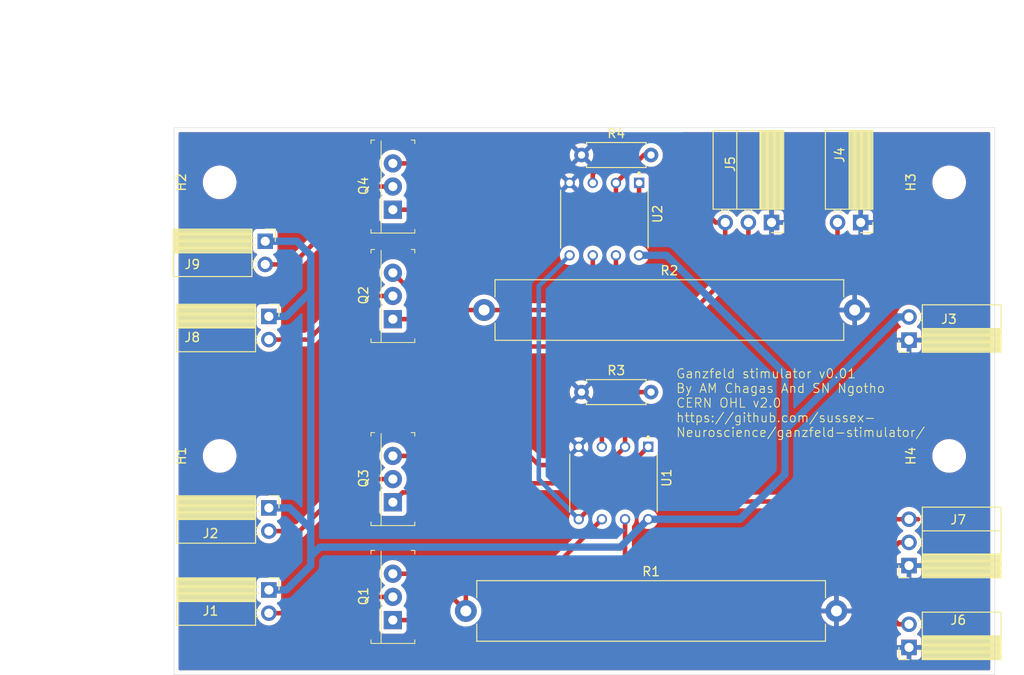
<source format=kicad_pcb>
(kicad_pcb (version 20240108) (generator "pcbnew") (generator_version "8.0")
  (layers (0 "F.Cu" signal) (31 "B.Cu" signal) (34 "B.Paste" user) (35 "F.Paste" user) (36 "B.SilkS" user "B.Silkscreen") (37 "F.SilkS" user "F.Silkscreen") (38 "B.Mask" user) (39 "F.Mask" user) (44 "Edge.Cuts" user))
  (net 0 "")
  (net 1 "D1")
  (net 2 "+12V")
  (net 3 "D4")
  (net 4 "D3")
  (net 5 "GND")
  (net 6 "GRS")
  (net 7 "GRO")
  (net 8 "UVS")
  (net 9 "UVO")
  (net 10 "D2")
  (net 11 "S1")
  (net 12 "G1")
  (net 13 "S2")
  (net 14 "G2")
  (net 15 "S3")
  (net 16 "G3")
  (net 17 "S4")
  (net 18 "G4")
  (footprint "digikey-footprints:TO-220-3" (layer "F.Cu") (at 119 71 90)
    (property "Reference" "Q4" (at 2.62 -3.22 90) (layer "F.SilkS"))
    (property "Value" "IRFZ44NPBF")
    (pad "1" thru_hole rect (at 0 0 90) (size 2 2) (drill 1) (layers "*.Cu" "*.Mask") (net 18 "G4"))
    (pad "2" thru_hole circle (at 2.54 0 90) (size 2 2) (drill 1) (layers "*.Cu" "*.Mask") (net 3 "D4"))
    (pad "3" thru_hole circle (at 5.08 0 90) (size 2 2) (drill 1) (layers "*.Cu" "*.Mask") (net 17 "S4"))
  )
  (footprint "Connector_PinSocket_2.54mm:PinSocket_1x02_P2.54mm_Horizontal" (layer "F.Cu") (at 105 74.46)
    (property "Reference" "J9" (at -8 2.54 0) (layer "F.SilkS"))
    (property "Value" "Conn_01x02")
    (pad "1" thru_hole rect (at 0 0) (size 1.7 1.7) (drill 1) (layers "*.Cu" "*.Mask") (net 2 "+12V"))
    (pad "2" thru_hole oval (at 0 2.54) (size 1.7 1.7) (drill 1) (layers "*.Cu" "*.Mask") (net 3 "D4"))
  )
  (footprint "Connector_PinSocket_2.54mm:PinSocket_1x02_P2.54mm_Horizontal" (layer "F.Cu") (at 175.6 119 180)
    (property "Reference" "J6" (at -5.4 3 0) (layer "F.SilkS"))
    (property "Value" "Conn_01x02_Shielded")
    (pad "1" thru_hole rect (at 0 0 180) (size 1.7 1.7) (drill 1) (layers "*.Cu" "*.Mask") (net 5 "GND"))
    (pad "2" thru_hole oval (at 0 2.54 180) (size 1.7 1.7) (drill 1) (layers "*.Cu" "*.Mask") (net 8 "UVS"))
  )
  (footprint "Connector_PinSocket_2.54mm:PinSocket_1x02_P2.54mm_Horizontal" (layer "F.Cu") (at 105.4 82.7)
    (property "Reference" "J8" (at -8.4 2.3 0) (layer "F.SilkS"))
    (property "Value" "Conn_01x02_Shielded")
    (pad "1" thru_hole rect (at 0 0) (size 1.7 1.7) (drill 1) (layers "*.Cu" "*.Mask") (net 2 "+12V"))
    (pad "2" thru_hole oval (at 0 2.54) (size 1.7 1.7) (drill 1) (layers "*.Cu" "*.Mask") (net 10 "D2"))
  )
  (footprint "Connector_PinSocket_2.54mm:PinSocket_1x02_P2.54mm_Horizontal" (layer "F.Cu") (at 170.3 72.4 -90)
    (property "Reference" "J4" (at -7.4 2.3 90) (layer "F.SilkS"))
    (property "Value" "Conn_01x02_Shielded")
    (pad "1" thru_hole rect (at 0 0 270) (size 1.7 1.7) (drill 1) (layers "*.Cu" "*.Mask") (net 5 "GND"))
    (pad "2" thru_hole oval (at 0 2.54 270) (size 1.7 1.7) (drill 1) (layers "*.Cu" "*.Mask") (net 6 "GRS"))
  )
  (footprint "Resistor_THT:R_Axial_DIN0207_L6.3mm_D2.5mm_P7.62mm_Horizontal" (layer "F.Cu") (at 139.685 91)
    (property "Reference" "R3" (at 3.81 -2.37 0) (layer "F.SilkS"))
    (property "Value" "R")
    (pad "1" thru_hole circle (at 0 0) (size 1.6 1.6) (drill 0.8) (layers "*.Cu" "*.Mask") (net 5 "GND"))
    (pad "2" thru_hole oval (at 7.62 0) (size 1.6 1.6) (drill 0.8) (layers "*.Cu" "*.Mask") (net 15 "S3"))
  )
  (footprint "Connector_PinSocket_2.54mm:PinSocket_1x02_P2.54mm_Horizontal" (layer "F.Cu") (at 105.4 112.7)
    (property "Reference" "J1" (at -6.4 2.3 0) (layer "F.SilkS"))
    (property "Value" "Conn_01x02_Shielded")
    (pad "1" thru_hole rect (at 0 0) (size 1.7 1.7) (drill 1) (layers "*.Cu" "*.Mask") (net 2 "+12V"))
    (pad "2" thru_hole oval (at 0 2.54) (size 1.7 1.7) (drill 1) (layers "*.Cu" "*.Mask") (net 1 "D1"))
  )
  (footprint "Symbol:LM358N_NOP" (layer "F.Cu") (at 142.19 72.03 -90)
    (property "Reference" "U2" (at -0.565 -5.835 90) (layer "F.SilkS"))
    (property "Value" "LM358N_NOPB")
    (pad "1" thru_hole rect (at -3.97 -3.81 270) (size 1.13 1.13) (drill 0.74) (layers "*.Cu" "*.Mask") (net 18 "G4"))
    (pad "2" thru_hole circle (at -3.97 -1.27 270) (size 1.13 1.13) (drill 0.74) (layers "*.Cu" "*.Mask") (net 17 "S4"))
    (pad "3" thru_hole circle (at -3.97 1.27 270) (size 1.13 1.13) (drill 0.74) (layers "*.Cu" "*.Mask") (net 7 "GRO"))
    (pad "4" thru_hole circle (at -3.97 3.81 270) (size 1.13 1.13) (drill 0.74) (layers "*.Cu" "*.Mask") (net 5 "GND"))
    (pad "5" thru_hole circle (at 3.97 3.81 270) (size 1.13 1.13) (drill 0.74) (layers "*.Cu" "*.Mask") (net 9 "UVO"))
    (pad "6" thru_hole circle (at 3.97 1.27 270) (size 1.13 1.13) (drill 0.74) (layers "*.Cu" "*.Mask") (net 13 "S2"))
    (pad "7" thru_hole circle (at 3.97 -1.27 270) (size 1.13 1.13) (drill 0.74) (layers "*.Cu" "*.Mask") (net 14 "G2"))
    (pad "8" thru_hole circle (at 3.97 -3.81 270) (size 1.13 1.13) (drill 0.74) (layers "*.Cu" "*.Mask") (net 2 "+12V"))
  )
  (footprint "MountingHole:MountingHole_3.2mm_M3" (layer "F.Cu") (at 180 68 90)
    (property "Reference" "H3" (at 0 -4.2 90) (layer "F.SilkS"))
    (property "Value" "MountingHole")
    (pad "" np_thru_hole circle (at 0 0 90) (size 3.2 3.2) (drill 3.2) (layers "*.Cu" "*.Mask"))
  )
  (footprint "Connector_PinSocket_2.54mm:PinSocket_1x03_P2.54mm_Horizontal" (layer "F.Cu") (at 175.6 110.025 180)
    (property "Reference" "J7" (at -5.4 5.025 0) (layer "F.SilkS"))
    (property "Value" "Conn_01x03_Shielded")
    (pad "1" thru_hole rect (at 0 0 180) (size 1.7 1.7) (drill 1) (layers "*.Cu" "*.Mask") (net 5 "GND"))
    (pad "2" thru_hole oval (at 0 2.54 180) (size 1.7 1.7) (drill 1) (layers "*.Cu" "*.Mask") (net 8 "UVS"))
    (pad "3" thru_hole oval (at 0 5.08 180) (size 1.7 1.7) (drill 1) (layers "*.Cu" "*.Mask") (net 9 "UVO"))
  )
  (footprint "Connector_PinSocket_2.54mm:PinSocket_1x02_P2.54mm_Horizontal" (layer "F.Cu") (at 175.6 85.3 180)
    (property "Reference" "J3" (at -4.38 2.3 0) (layer "F.SilkS"))
    (property "Value" "Conn_01x02_Shielded")
    (pad "1" thru_hole rect (at 0 0 180) (size 1.7 1.7) (drill 1) (layers "*.Cu" "*.Mask") (net 5 "GND"))
    (pad "2" thru_hole oval (at 0 2.54 180) (size 1.7 1.7) (drill 1) (layers "*.Cu" "*.Mask") (net 2 "+12V"))
  )
  (footprint "MountingHole:MountingHole_3.2mm_M3" (layer "F.Cu") (at 100 98 90)
    (property "Reference" "H1" (at 0 -4.2 90) (layer "F.SilkS"))
    (property "Value" "MountingHole")
    (pad "" np_thru_hole circle (at 0 0 90) (size 3.2 3.2) (drill 3.2) (layers "*.Cu" "*.Mask"))
  )
  (footprint "digikey-footprints:TO-220-3" (layer "F.Cu") (at 119 116 90)
    (property "Reference" "Q1" (at 2.62 -3.22 90) (layer "F.SilkS"))
    (property "Value" "IRFZ44NPBF")
    (pad "1" thru_hole rect (at 0 0 90) (size 2 2) (drill 1) (layers "*.Cu" "*.Mask") (net 12 "G1"))
    (pad "2" thru_hole circle (at 2.54 0 90) (size 2 2) (drill 1) (layers "*.Cu" "*.Mask") (net 1 "D1"))
    (pad "3" thru_hole circle (at 5.08 0 90) (size 2 2) (drill 1) (layers "*.Cu" "*.Mask") (net 11 "S1"))
  )
  (footprint "digikey-footprints:TO-220-3" (layer "F.Cu") (at 119 83 90)
    (property "Reference" "Q2" (at 2.62 -3.22 90) (layer "F.SilkS"))
    (property "Value" "IRFZ44NPBF")
    (pad "1" thru_hole rect (at 0 0 90) (size 2 2) (drill 1) (layers "*.Cu" "*.Mask") (net 14 "G2"))
    (pad "2" thru_hole circle (at 2.54 0 90) (size 2 2) (drill 1) (layers "*.Cu" "*.Mask") (net 10 "D2"))
    (pad "3" thru_hole circle (at 5.08 0 90) (size 2 2) (drill 1) (layers "*.Cu" "*.Mask") (net 13 "S2"))
  )
  (footprint "Resistor_THT:R_Axial_Power_L38.0mm_W6.4mm_P40.64mm" (layer "F.Cu") (at 127 115)
    (property "Reference" "R1" (at 20.32 -4.32 0) (layer "F.SilkS"))
    (property "Value" "R")
    (pad "1" thru_hole circle (at 0 0) (size 2.4 2.4) (drill 1.2) (layers "*.Cu" "*.Mask") (net 11 "S1"))
    (pad "2" thru_hole oval (at 40.64 0) (size 2.4 2.4) (drill 1.2) (layers "*.Cu" "*.Mask") (net 5 "GND"))
  )
  (footprint "Resistor_THT:R_Axial_DIN0207_L6.3mm_D2.5mm_P7.62mm_Horizontal" (layer "F.Cu") (at 139.685 65)
    (property "Reference" "R4" (at 3.81 -2.37 0) (layer "F.SilkS"))
    (property "Value" "R")
    (pad "1" thru_hole circle (at 0 0) (size 1.6 1.6) (drill 0.8) (layers "*.Cu" "*.Mask") (net 5 "GND"))
    (pad "2" thru_hole oval (at 7.62 0) (size 1.6 1.6) (drill 0.8) (layers "*.Cu" "*.Mask") (net 17 "S4"))
  )
  (footprint "MountingHole:MountingHole_3.2mm_M3" (layer "F.Cu") (at 100 68 90)
    (property "Reference" "H2" (at 0 -4.2 90) (layer "F.SilkS"))
    (property "Value" "MountingHole")
    (pad "" np_thru_hole circle (at 0 0 90) (size 3.2 3.2) (drill 3.2) (layers "*.Cu" "*.Mask"))
  )
  (footprint "Connector_PinSocket_2.54mm:PinSocket_1x03_P2.54mm_Horizontal" (layer "F.Cu") (at 160.525 72.4 -90)
    (property "Reference" "J5" (at -6.4 4.525 90) (layer "F.SilkS"))
    (property "Value" "Conn_01x03_Shielded")
    (pad "1" thru_hole rect (at 0 0 270) (size 1.7 1.7) (drill 1) (layers "*.Cu" "*.Mask") (net 5 "GND"))
    (pad "2" thru_hole oval (at 0 2.54 270) (size 1.7 1.7) (drill 1) (layers "*.Cu" "*.Mask") (net 6 "GRS"))
    (pad "3" thru_hole oval (at 0 5.08 270) (size 1.7 1.7) (drill 1) (layers "*.Cu" "*.Mask") (net 7 "GRO"))
  )
  (footprint "digikey-footprints:TO-220-3" (layer "F.Cu") (at 119 103.08 90)
    (property "Reference" "Q3" (at 2.62 -3.22 90) (layer "F.SilkS"))
    (property "Value" "IRFZ44NPBF")
    (pad "1" thru_hole rect (at 0 0 90) (size 2 2) (drill 1) (layers "*.Cu" "*.Mask") (net 16 "G3"))
    (pad "2" thru_hole circle (at 2.54 0 90) (size 2 2) (drill 1) (layers "*.Cu" "*.Mask") (net 4 "D3"))
    (pad "3" thru_hole circle (at 5.08 0 90) (size 2 2) (drill 1) (layers "*.Cu" "*.Mask") (net 15 "S3"))
  )
  (footprint "Resistor_THT:R_Axial_Power_L38.0mm_W6.4mm_P40.64mm" (layer "F.Cu") (at 129 82)
    (property "Reference" "R2" (at 20.32 -4.32 0) (layer "F.SilkS"))
    (property "Value" "R")
    (pad "1" thru_hole circle (at 0 0) (size 2.4 2.4) (drill 1.2) (layers "*.Cu" "*.Mask") (net 13 "S2"))
    (pad "2" thru_hole oval (at 40.64 0) (size 2.4 2.4) (drill 1.2) (layers "*.Cu" "*.Mask") (net 5 "GND"))
  )
  (footprint "Symbol:LM358N_NOP" (layer "F.Cu") (at 143.19 100.97 -90)
    (property "Reference" "U1" (at -0.565 -5.835 90) (layer "F.SilkS"))
    (property "Value" "LM358N_NOPB")
    (pad "1" thru_hole rect (at -3.97 -3.81 270) (size 1.13 1.13) (drill 0.74) (layers "*.Cu" "*.Mask") (net 16 "G3"))
    (pad "2" thru_hole circle (at -3.97 -1.27 270) (size 1.13 1.13) (drill 0.74) (layers "*.Cu" "*.Mask") (net 15 "S3"))
    (pad "3" thru_hole circle (at -3.97 1.27 270) (size 1.13 1.13) (drill 0.74) (layers "*.Cu" "*.Mask") (net 7 "GRO"))
    (pad "4" thru_hole circle (at -3.97 3.81 270) (size 1.13 1.13) (drill 0.74) (layers "*.Cu" "*.Mask") (net 5 "GND"))
    (pad "5" thru_hole circle (at 3.97 3.81 270) (size 1.13 1.13) (drill 0.74) (layers "*.Cu" "*.Mask") (net 9 "UVO"))
    (pad "6" thru_hole circle (at 3.97 1.27 270) (size 1.13 1.13) (drill 0.74) (layers "*.Cu" "*.Mask") (net 11 "S1"))
    (pad "7" thru_hole circle (at 3.97 -1.27 270) (size 1.13 1.13) (drill 0.74) (layers "*.Cu" "*.Mask") (net 12 "G1"))
    (pad "8" thru_hole circle (at 3.97 -3.81 270) (size 1.13 1.13) (drill 0.74) (layers "*.Cu" "*.Mask") (net 2 "+12V"))
  )
  (footprint "Connector_PinSocket_2.54mm:PinSocket_1x02_P2.54mm_Horizontal" (layer "F.Cu") (at 105.4 103.7)
    (property "Reference" "J2" (at -6.4 2.8 0) (layer "F.SilkS"))
    (property "Value" "Conn_01x02")
    (pad "1" thru_hole rect (at 0 0) (size 1.7 1.7) (drill 1) (layers "*.Cu" "*.Mask") (net 2 "+12V"))
    (pad "2" thru_hole oval (at 0 2.54) (size 1.7 1.7) (drill 1) (layers "*.Cu" "*.Mask") (net 4 "D3"))
  )
  (footprint "MountingHole:MountingHole_3.2mm_M3" (layer "F.Cu") (at 180 98 90)
    (property "Reference" "H4" (at 0 -4.2 90) (layer "F.SilkS"))
    (property "Value" "MountingHole")
    (pad "" np_thru_hole circle (at 0 0 90) (size 3.2 3.2) (drill 3.2) (layers "*.Cu" "*.Mask"))
  )
  (gr_rect (start 95 62) (end 185 122) (stroke (width 0.05)) (fill none) (layer "Edge.Cuts"))
  (gr_text "Ganzfeld stimulator v0.01\nBy AM Chagas And SN Ngotho\nCERN OHL v2.0 \nhttps://github.com/sussex-\nNeuroscience/ganzfeld-stimulator/" (at 150 96 0) (layer "F.SilkS") (effects (font (size 1 1) (thickness 0.1)) (justify left bottom)))
  (segment (start 105.4 115.24) (end 109.76 115.24) (width 0.5) (layer "F.Cu") (net 1))
  (segment (start 109.76 115.24) (end 111 114) (width 0.5) (layer "F.Cu") (net 1))
  (segment (start 111 114) (end 112 114) (width 0.5) (layer "F.Cu") (net 1))
  (segment (start 112 114) (end 112.54 113.46) (width 0.5) (layer "F.Cu") (net 1))
  (segment (start 112.54 113.46) (end 119 113.46) (width 0.5) (layer "F.Cu") (net 1))
  (segment (start 146 76) (end 149 76) (width 0.8) (layer "B.Cu") (net 2))
  (segment (start 105 74.46) (end 108.46 74.46) (width 0.8) (layer "B.Cu") (net 2))
  (segment (start 107.7 103.7) (end 105.4 103.7) (width 0.8) (layer "B.Cu") (net 2))
  (segment (start 162 96) (end 162 100) (width 0.8) (layer "B.Cu") (net 2))
  (segment (start 110 106) (end 107.7 103.7) (width 0.8) (layer "B.Cu") (net 2))
  (segment (start 110 109) (end 110 107) (width 0.8) (layer "B.Cu") (net 2))
  (segment (start 162 95.157919) (end 162 96) (width 0.8) (layer "B.Cu") (net 2))
  (segment (start 107.3 82.7) (end 105.4 82.7) (width 0.8) (layer "B.Cu") (net 2))
  (segment (start 110 80) (end 110 107) (width 0.8) (layer "B.Cu") (net 2))
  (segment (start 107.3 112.7) (end 110 110) (width 0.8) (layer "B.Cu") (net 2))
  (segment (start 111 108) (end 143.94 108) (width 0.8) (layer "B.Cu") (net 2))
  (segment (start 110 110) (end 110 109) (width 0.8) (layer "B.Cu") (net 2))
  (segment (start 149 76) (end 162 89) (width 0.8) (layer "B.Cu") (net 2))
  (segment (start 108.46 74.46) (end 110 76) (width 0.8) (layer "B.Cu") (net 2))
  (segment (start 110 107) (end 110 106) (width 0.8) (layer "B.Cu") (net 2))
  (segment (start 174.397919 82.76) (end 162 95.157919) (width 0.8) (layer "B.Cu") (net 2))
  (segment (start 175.6 82.76) (end 174.397919 82.76) (width 0.8) (layer "B.Cu") (net 2))
  (segment (start 110 76) (end 110 80) (width 0.8) (layer "B.Cu") (net 2))
  (segment (start 105.4 112.7) (end 107.3 112.7) (width 0.8) (layer "B.Cu") (net 2))
  (segment (start 110 80) (end 107.3 82.7) (width 0.8) (layer "B.Cu") (net 2))
  (segment (start 157.06 104.94) (end 147 104.94) (width 0.8) (layer "B.Cu") (net 2))
  (segment (start 143.94 108) (end 147 104.94) (width 0.8) (layer "B.Cu") (net 2))
  (segment (start 162 100) (end 157.06 104.94) (width 0.8) (layer "B.Cu") (net 2))
  (segment (start 162 89) (end 162 96) (width 0.8) (layer "B.Cu") (net 2))
  (segment (start 110 109) (end 111 108) (width 0.8) (layer "B.Cu") (net 2))
  (segment (start 116.54 68.46) (end 119 68.46) (width 0.5) (layer "F.Cu") (net 3))
  (segment (start 105 77) (end 108 77) (width 0.5) (layer "F.Cu") (net 3))
  (segment (start 108 77) (end 116.54 68.46) (width 0.5) (layer "F.Cu") (net 3))
  (segment (start 108.76 106.24) (end 114.46 100.54) (width 0.5) (layer "F.Cu") (net 4))
  (segment (start 114.46 100.54) (end 119 100.54) (width 0.5) (layer "F.Cu") (net 4))
  (segment (start 105.4 106.24) (end 108.76 106.24) (width 0.5) (layer "F.Cu") (net 4))
  (segment (start 167.76 72.4) (end 167.76 74.24) (width 0.5) (layer "F.Cu") (net 6))
  (segment (start 157.985 73.985) (end 157.985 72.4) (width 0.5) (layer "F.Cu") (net 6))
  (segment (start 167 75) (end 159 75) (width 0.5) (layer "F.Cu") (net 6))
  (segment (start 159 75) (end 157.985 73.985) (width 0.5) (layer "F.Cu") (net 6))
  (segment (start 167.76 74.24) (end 167 75) (width 0.5) (layer "F.Cu") (net 6))
  (segment (start 154 72) (end 154.4 72.4) (width 0.5) (layer "F.Cu") (net 7))
  (segment (start 141.92 92.08) (end 155.445 78.555) (width 0.5) (layer "F.Cu") (net 7))
  (segment (start 150 63) (end 152 65) (width 0.5) (layer "F.Cu") (net 7))
  (segment (start 152 65) (end 152 71) (width 0.5) (layer "F.Cu") (net 7))
  (segment (start 140.92 67.08) (end 145 63) (width 0.5) (layer "F.Cu") (net 7))
  (segment (start 145 63) (end 150 63) (width 0.5) (layer "F.Cu") (net 7))
  (segment (start 141.92 97) (end 141.92 92.08) (width 0.5) (layer "F.Cu") (net 7))
  (segment (start 154.4 72.4) (end 155.445 72.4) (width 0.5) (layer "F.Cu") (net 7))
  (segment (start 152 71) (end 153 72) (width 0.5) (layer "F.Cu") (net 7))
  (segment (start 155.445 78.555) (end 155.445 72.4) (width 0.5) (layer "F.Cu") (net 7))
  (segment (start 140.92 68.06) (end 140.92 67.08) (width 0.5) (layer "F.Cu") (net 7))
  (segment (start 153 72) (end 154 72) (width 0.5) (layer "F.Cu") (net 7))
  (segment (start 174.515 107.485) (end 175.6 107.485) (width 0.5) (layer "F.Cu") (net 8))
  (segment (start 174.46 116.46) (end 173 115) (width 0.5) (layer "F.Cu") (net 8))
  (segment (start 173 115) (end 173 109) (width 0.5) (layer "F.Cu") (net 8))
  (segment (start 174.46 116.46) (end 175.6 116.46) (width 0.5) (layer "F.Cu") (net 8))
  (segment (start 173 109) (end 174.515 107.485) (width 0.5) (layer "F.Cu") (net 8))
  (segment (start 141.32 103) (end 166 103) (width 0.5) (layer "F.Cu") (net 9))
  (segment (start 169.055 104.945) (end 176.6 104.945) (width 0.5) (layer "F.Cu") (net 9))
  (segment (start 139.38 104.94) (end 141.32 103) (width 0.5) (layer "F.Cu") (net 9))
  (segment (start 168 105) (end 169 105) (width 0.5) (layer "F.Cu") (net 9))
  (segment (start 166 103) (end 168 105) (width 0.5) (layer "F.Cu") (net 9))
  (segment (start 169 105) (end 169.055 104.945) (width 0.5) (layer "F.Cu") (net 9))
  (segment (start 138.38 76) (end 135 79.38) (width 0.5) (layer "B.Cu") (net 9))
  (segment (start 135 79.38) (end 135 100.56) (width 0.5) (layer "B.Cu") (net 9))
  (segment (start 135 100.56) (end 139.38 104.94) (width 0.5) (layer "B.Cu") (net 9))
  (segment (start 114.54 80.46) (end 119 80.46) (width 0.5) (layer "F.Cu") (net 10))
  (segment (start 105.4 85.24) (end 109.76 85.24) (width 0.5) (layer "F.Cu") (net 10))
  (segment (start 109.76 85.24) (end 114.54 80.46) (width 0.5) (layer "F.Cu") (net 10))
  (segment (start 141.92 104.94) (end 136.86 110) (width 0.5) (layer "F.Cu") (net 11))
  (segment (start 130 110) (end 127 113) (width 0.5) (layer "F.Cu") (net 11))
  (segment (start 127 113) (end 127 115) (width 0.5) (layer "F.Cu") (net 11))
  (segment (start 122.92 110.92) (end 127 115) (width 0.5) (layer "F.Cu") (net 11))
  (segment (start 136.86 110) (end 130 110) (width 0.5) (layer "F.Cu") (net 11))
  (segment (start 119 110.92) (end 122.92 110.92) (width 0.5) (layer "F.Cu") (net 11))
  (segment (start 119 116) (end 121 116) (width 0.5) (layer "F.Cu") (net 12))
  (segment (start 136 119) (end 144.46 110.54) (width 0.5) (layer "F.Cu") (net 12))
  (segment (start 124 119) (end 136 119) (width 0.5) (layer "F.Cu") (net 12))
  (segment (start 144.46 110.54) (end 144.46 104.94) (width 0.5) (layer "F.Cu") (net 12))
  (segment (start 121 116) (end 124 119) (width 0.5) (layer "F.Cu") (net 12))
  (segment (start 129 82) (end 137 82) (width 0.5) (layer "F.Cu") (net 13))
  (segment (start 123.08 82) (end 129 82) (width 0.5) (layer "F.Cu") (net 13))
  (segment (start 140.92 78.08) (end 140.92 76) (width 0.5) (layer "F.Cu") (net 13))
  (segment (start 119 77.92) (end 123.08 82) (width 0.5) (layer "F.Cu") (net 13))
  (segment (start 137 82) (end 140.92 78.08) (width 0.5) (layer "F.Cu") (net 13))
  (segment (start 143.46 76) (end 143.46 79.54) (width 0.5) (layer "F.Cu") (net 14))
  (segment (start 143.46 79.54) (end 137 86) (width 0.5) (layer "F.Cu") (net 14))
  (segment (start 137 86) (end 124 86) (width 0.5) (layer "F.Cu") (net 14))
  (segment (start 124 86) (end 121 83) (width 0.5) (layer "F.Cu") (net 14))
  (segment (start 121 83) (end 119 83) (width 0.5) (layer "F.Cu") (net 14))
  (segment (start 144.46 97) (end 144.46 92.54) (width 0.5) (layer "F.Cu") (net 15))
  (segment (start 133.015 98.015) (end 134.015 98.015) (width 0.5) (layer "F.Cu") (net 15))
  (segment (start 135 99) (end 142.46 99) (width 0.5) (layer "F.Cu") (net 15))
  (segment (start 142.46 99) (end 144.46 97) (width 0.5) (layer "F.Cu") (net 15))
  (segment (start 144.46 92.54) (end 146 91) (width 0.5) (layer "F.Cu") (net 15))
  (segment (start 146 91) (end 147.305 91) (width 0.5) (layer "F.Cu") (net 15))
  (segment (start 133 98) (end 133.015 98.015) (width 0.5) (layer "F.Cu") (net 15))
  (segment (start 134.015 98.015) (end 135 99) (width 0.5) (layer "F.Cu") (net 15))
  (segment (start 119 98) (end 133 98) (width 0.5) (layer "F.Cu") (net 15))
  (segment (start 143 101) (end 147 97) (width 0.5) (layer "F.Cu") (net 16))
  (segment (start 133 101) (end 143 101) (width 0.5) (layer "F.Cu") (net 16))
  (segment (start 119 103.08) (end 120.08 102) (width 0.5) (layer "F.Cu") (net 16))
  (segment (start 132 102) (end 133 101) (width 0.5) (layer "F.Cu") (net 16))
  (segment (start 120.08 102) (end 132 102) (width 0.5) (layer "F.Cu") (net 16))
  (segment (start 143 70) (end 130 70) (width 0.5) (layer "F.Cu") (net 17))
  (segment (start 146.52 65) (end 147.305 65) (width 0.5) (layer "F.Cu") (net 17))
  (segment (start 143.46 68.06) (end 143.46 69.54) (width 0.5) (layer "F.Cu") (net 17))
  (segment (start 143.46 68.06) (end 146.52 65) (width 0.5) (layer "F.Cu") (net 17))
  (segment (start 125.92 65.92) (end 119 65.92) (width 0.5) (layer "F.Cu") (net 17))
  (segment (start 130 70) (end 125.92 65.92) (width 0.5) (layer "F.Cu") (net 17))
  (segment (start 143.46 69.54) (end 143 70) (width 0.5) (layer "F.Cu") (net 17))
  (segment (start 119 71) (end 126 71) (width 0.5) (layer "F.Cu") (net 18))
  (segment (start 146 70) (end 146 68.06) (width 0.5) (layer "F.Cu") (net 18))
  (segment (start 127 72) (end 144 72) (width 0.5) (layer "F.Cu") (net 18))
  (segment (start 126 71) (end 127 72) (width 0.5) (layer "F.Cu") (net 18))
  (segment (start 144 72) (end 146 70) (width 0.5) (layer "F.Cu") (net 18))
  (zone (net 5) (net_name "GND") (layers "F&B.Cu") (connect_pads (clearance 0.5)) (min_thickness 0.25) (fill yes (thermal_gap 0.5) (thermal_bridge_width 0.5))
    (polygon (pts (xy 95 62) (xy 185 62) (xy 185 122) (xy 95 122)))
  )
)
</source>
